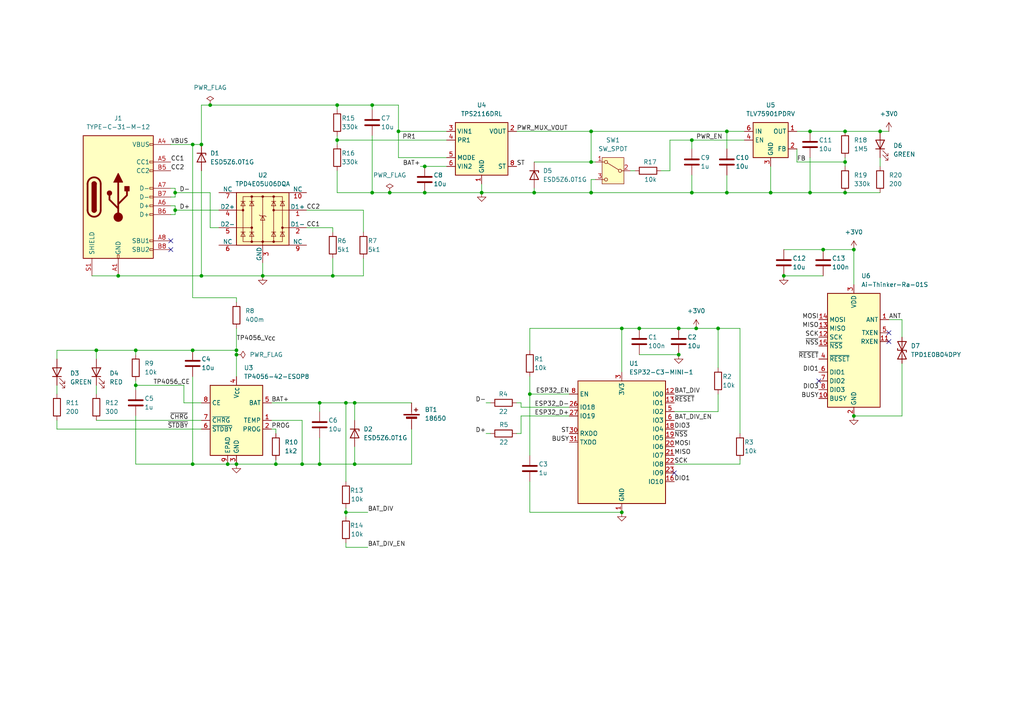
<source format=kicad_sch>
(kicad_sch (version 20250114) (generator "eeschema") (generator_version "9.0")
  (paper "A4")
  (title_block (title "CatLink Gateway") (date "2025-09-13") (rev "v0.1"))
  (lib_symbols
    (symbol "Battery_Management:TP4056-42-ESOP8"
      (property "Reference" "U" (at -6.604 11.684 0))
      (property "Value" "TP4056-42-ESOP8" (at 10.16 11.684 0))
      (symbol "TP4056-42-ESOP8_1_0"
        (pin input line (at -10.16 5.08 0) (length 2.54) (name "CE") (number "8"))
        (pin open_collector line (at -10.16 0 0) (length 2.54) (name "~{CHRG}") (number "7"))
        (pin open_collector line (at -10.16 -2.54 0) (length 2.54) (name "~{STDBY}") (number "6"))
        (pin passive line (at -2.54 -12.7 90) (length 2.54) (name "EPAD") (number "9"))
        (pin power_in line (at 0 12.7 270) (length 2.54) (name "V_{CC}") (number "4"))
        (pin power_in line (at 0 -12.7 90) (length 2.54) (name "GND") (number "3"))
        (pin power_out line (at 10.16 5.08 180) (length 2.54) (name "BAT") (number "5"))
        (pin input line (at 10.16 0 180) (length 2.54) (name "TEMP") (number "1"))
        (pin passive line (at 10.16 -2.54 180) (length 2.54) (name "PROG") (number "2"))
      )
    )
    (symbol "Connector:USB_C_Receptacle_USB2.0_16P" (pin_names (offset 1.016))
      (property "Reference" "J" (at 0 22.225 0))
      (property "Value" "USB_C_Receptacle_USB2.0_16P" (at 0 19.685 0))
      (symbol "USB_C_Receptacle_USB2.0_16P_1_1"
        (pin passive line (at -7.62 -22.86 90) (length 5.08) (name "SHIELD") (number "S1"))
        (pin passive line (at 0 -22.86 90) (length 5.08) (name "GND") (number "A1"))
        (pin passive line (at 0 -22.86 90) (length 5.08) (hide yes) (name "GND") (number "A12"))
        (pin passive line (at 0 -22.86 90) (length 5.08) (hide yes) (name "GND") (number "B1"))
        (pin passive line (at 0 -22.86 90) (length 5.08) (hide yes) (name "GND") (number "B12"))
        (pin passive line (at 15.24 15.24 180) (length 5.08) (name "VBUS") (number "A4"))
        (pin passive line (at 15.24 15.24 180) (length 5.08) (hide yes) (name "VBUS") (number "A9"))
        (pin passive line (at 15.24 15.24 180) (length 5.08) (hide yes) (name "VBUS") (number "B4"))
        (pin passive line (at 15.24 15.24 180) (length 5.08) (hide yes) (name "VBUS") (number "B9"))
        (pin bidirectional line (at 15.24 10.16 180) (length 5.08) (name "CC1") (number "A5"))
        (pin bidirectional line (at 15.24 7.62 180) (length 5.08) (name "CC2") (number "B5"))
        (pin bidirectional line (at 15.24 2.54 180) (length 5.08) (name "D-") (number "A7"))
        (pin bidirectional line (at 15.24 0 180) (length 5.08) (name "D-") (number "B7"))
        (pin bidirectional line (at 15.24 -2.54 180) (length 5.08) (name "D+") (number "A6"))
        (pin bidirectional line (at 15.24 -5.08 180) (length 5.08) (name "D+") (number "B6"))
        (pin bidirectional line (at 15.24 -12.7 180) (length 5.08) (name "SBU1") (number "A8"))
        (pin bidirectional line (at 15.24 -15.24 180) (length 5.08) (name "SBU2") (number "B8"))
      )
    )
    (symbol "Custom:Ai-Thinker-Ra-01S"
      (property "Reference" "U" (at -7.62 17.78 0))
      (property "Value" "Ai-Thinker-Ra-01S" (at 13.462 17.78 0))
      (symbol "Ai-Thinker-Ra-01S_1_0"
        (pin passive line (at 10.16 8.89 180) (length 2.54) (name "ANT") (number "1"))
      )
      (symbol "Ai-Thinker-Ra-01S_1_1"
        (pin input line (at -10.16 8.89 0) (length 2.54) (name "MOSI") (number "14"))
        (pin output line (at -10.16 6.35 0) (length 2.54) (name "MISO") (number "13"))
        (pin input line (at -10.16 3.81 0) (length 2.54) (name "SCK") (number "12"))
        (pin input line (at -10.16 1.27 0) (length 2.54) (name "~{NSS}") (number "15"))
        (pin input line (at -10.16 -2.54 0) (length 2.54) (name "~{RESET}") (number "4"))
        (pin output line (at -10.16 -6.35 0) (length 2.54) (name "DIO1") (number "6"))
        (pin bidirectional line (at -10.16 -8.89 0) (length 2.54) (name "DIO2") (number "7"))
        (pin output line (at -10.16 -11.43 0) (length 2.54) (name "DIO3") (number "8"))
        (pin output line (at -10.16 -13.97 0) (length 2.54) (name "BUSY") (number "10"))
        (pin power_in line (at 0 19.05 270) (length 2.54) (name "VDD") (number "3"))
        (pin passive line (at 0 -19.05 90) (length 2.54) (hide yes) (name "GND") (number "16"))
        (pin power_in line (at 0 -19.05 90) (length 2.54) (name "GND") (number "2"))
        (pin passive line (at 0 -19.05 90) (length 2.54) (hide yes) (name "GND") (number "9"))
        (pin bidirectional line (at 10.16 5.08 180) (length 2.54) (name "TXEN") (number "5"))
        (pin bidirectional line (at 10.16 2.54 180) (length 2.54) (name "RXEN") (number "11"))
      )
    )
    (symbol "Custom:ESP32-C3-MINI-1"
      (property "Reference" "U" (at -11.43 19.05 0))
      (property "Value" "ESP32-C3-MINI-1" (at 12.7 19.05 0))
      (symbol "ESP32-C3-MINI-1_1_1"
        (pin input line (at -15.24 13.97 0) (length 2.54) (name "EN") (number "8"))
        (pin bidirectional line (at -15.24 10.16 0) (length 2.54) (name "IO18") (number "26"))
        (pin bidirectional line (at -15.24 7.62 0) (length 2.54) (name "IO19") (number "27"))
        (pin bidirectional line (at -15.24 2.54 0) (length 2.54) (name "RXDO") (number "30"))
        (pin bidirectional line (at -15.24 0 0) (length 2.54) (name "TXDO") (number "31"))
        (pin power_in line (at 0 20.32 270) (length 2.54) (name "3V3") (number "3"))
        (pin power_in line (at 0 -20.32 90) (length 2.54) (name "GND") (number "1"))
        (pin passive line (at 0 -20.32 90) (length 2.54) (hide yes) (name "GND") (number "11"))
        (pin passive line (at 0 -20.32 90) (length 2.54) (hide yes) (name "GND") (number "14"))
        (pin passive line (at 0 -20.32 90) (length 2.54) (hide yes) (name "GND") (number "2"))
        (pin passive line (at 0 -20.32 90) (length 2.54) (hide yes) (name "GND") (number "36"))
        (pin passive line (at 0 -20.32 90) (length 2.54) (hide yes) (name "GND") (number "37"))
        (pin passive line (at 0 -20.32 90) (length 2.54) (hide yes) (name "GND") (number "38"))
        (pin passive line (at 0 -20.32 90) (length 2.54) (hide yes) (name "GND") (number "39"))
        (pin passive line (at 0 -20.32 90) (length 2.54) (hide yes) (name "GND") (number "40"))
        (pin passive line (at 0 -20.32 90) (length 2.54) (hide yes) (name "GND") (number "41"))
        (pin passive line (at 0 -20.32 90) (length 2.54) (hide yes) (name "GND") (number "42"))
        (pin passive line (at 0 -20.32 90) (length 2.54) (hide yes) (name "GND") (number "43"))
        (pin passive line (at 0 -20.32 90) (length 2.54) (hide yes) (name "GND") (number "44"))
        (pin passive line (at 0 -20.32 90) (length 2.54) (hide yes) (name "GND") (number "45"))
        (pin passive line (at 0 -20.32 90) (length 2.54) (hide yes) (name "GND") (number "46"))
        (pin passive line (at 0 -20.32 90) (length 2.54) (hide yes) (name "GND") (number "47"))
        (pin passive line (at 0 -20.32 90) (length 2.54) (hide yes) (name "GND") (number "48"))
        (pin passive line (at 0 -20.32 90) (length 2.54) (hide yes) (name "GND") (number "49"))
        (pin passive line (at 0 -20.32 90) (length 2.54) (hide yes) (name "GND") (number "50"))
        (pin passive line (at 0 -20.32 90) (length 2.54) (hide yes) (name "GND") (number "51"))
        (pin passive line (at 0 -20.32 90) (length 2.54) (hide yes) (name "GND") (number "52"))
        (pin passive line (at 0 -20.32 90) (length 2.54) (hide yes) (name "GND") (number "53"))
        (pin bidirectional line (at 15.24 13.97 180) (length 2.54) (name "IO0") (number "12"))
        (pin bidirectional line (at 15.24 11.43 180) (length 2.54) (name "IO1") (number "13"))
        (pin bidirectional line (at 15.24 8.89 180) (length 2.54) (name "IO2") (number "5"))
        (pin bidirectional line (at 15.24 6.35 180) (length 2.54) (name "IO3") (number "6"))
        (pin bidirectional line (at 15.24 3.81 180) (length 2.54) (name "IO4") (number "18"))
        (pin bidirectional line (at 15.24 1.27 180) (length 2.54) (name "IO5") (number "19"))
        (pin bidirectional line (at 15.24 -1.27 180) (length 2.54) (name "IO6") (number "20"))
        (pin bidirectional line (at 15.24 -3.81 180) (length 2.54) (name "IO7") (number "21"))
        (pin bidirectional line (at 15.24 -6.35 180) (length 2.54) (name "IO8") (number "22"))
        (pin bidirectional line (at 15.24 -8.89 180) (length 2.54) (name "IO9") (number "23"))
        (pin bidirectional line (at 15.24 -11.43 180) (length 2.54) (name "IO10") (number "16"))
        (pin no_connect line (at 15.24 -13.97 180) (length 2.54) (hide yes) (name "NC") (number "4"))
        (pin no_connect line (at 15.24 -16.51 180) (length 2.54) (hide yes) (name "NC") (number "7"))
        (pin no_connect line (at 15.24 -19.05 180) (length 2.54) (hide yes) (name "NC") (number "9"))
        (pin no_connect line (at 15.24 -21.59 180) (length 2.54) (hide yes) (name "NC") (number "10"))
        (pin no_connect line (at 15.24 -24.13 180) (length 2.54) (hide yes) (name "NC") (number "15"))
        (pin no_connect line (at 15.24 -26.67 180) (length 2.54) (hide yes) (name "NC") (number "17"))
        (pin no_connect line (at 15.24 -29.21 180) (length 2.54) (hide yes) (name "NC") (number "24"))
        (pin no_connect line (at 15.24 -31.75 180) (length 2.54) (hide yes) (name "NC") (number "25"))
        (pin no_connect line (at 15.24 -34.29 180) (length 2.54) (hide yes) (name "NC") (number "28"))
        (pin no_connect line (at 15.24 -36.83 180) (length 2.54) (hide yes) (name "NC") (number "29"))
        (pin no_connect line (at 15.24 -39.37 180) (length 2.54) (hide yes) (name "NC") (number "32"))
        (pin no_connect line (at 15.24 -41.91 180) (length 2.54) (hide yes) (name "NC") (number "33"))
        (pin no_connect line (at 15.24 -44.45 180) (length 2.54) (hide yes) (name "NC") (number "34"))
        (pin no_connect line (at 15.24 -46.99 180) (length 2.54) (hide yes) (name "NC") (number "35"))
      )
    )
    (symbol "Device:Battery_Cell" (pin_numbers (hide yes)) (pin_names (offset 0) (hide yes))
      (property "Reference" "BT" (at 2.54 2.54 0))
      (property "Value" "Battery_Cell" (at 2.54 0 0))
      (symbol "Battery_Cell_1_1"
        (pin passive line (at 0 5.08 270) (length 2.54) (name "+") (number "1"))
        (pin passive line (at 0 -2.54 90) (length 2.54) (name "-") (number "2"))
      )
    )
    (symbol "Device:C" (pin_numbers (hide yes)) (pin_names (offset 0.254))
      (property "Reference" "C" (at 0.635 2.54 0))
      (property "Value" "C" (at 0.635 -2.54 0))
      (symbol "C_1_1"
        (pin passive line (at 0 3.81 270) (length 2.794) (name "~") (number "1"))
        (pin passive line (at 0 -3.81 90) (length 2.794) (name "~") (number "2"))
      )
    )
    (symbol "Device:D_TVS" (pin_numbers (hide yes)) (pin_names (offset 1.016) (hide yes))
      (property "Reference" "D" (at 0 2.54 0))
      (property "Value" "D_TVS" (at 0 -2.54 0))
      (symbol "D_TVS_1_1"
        (pin passive line (at -3.81 0 0) (length 2.54) (name "A1") (number "1"))
        (pin passive line (at 3.81 0 180) (length 2.54) (name "A2") (number "2"))
      )
    )
    (symbol "Device:D_Zener" (pin_numbers (hide yes)) (pin_names (offset 1.016) (hide yes))
      (property "Reference" "D" (at 0 2.54 0))
      (property "Value" "D_Zener" (at 0 -2.54 0))
      (symbol "D_Zener_1_1"
        (pin passive line (at -3.81 0 0) (length 2.54) (name "K") (number "1"))
        (pin passive line (at 3.81 0 180) (length 2.54) (name "A") (number "2"))
      )
    )
    (symbol "Device:LED" (pin_numbers (hide yes)) (pin_names (offset 1.016) (hide yes))
      (property "Reference" "D" (at 0 2.54 0))
      (property "Value" "LED" (at 0 -2.54 0))
      (symbol "LED_1_1"
        (pin passive line (at -3.81 0 0) (length 2.54) (name "K") (number "1"))
        (pin passive line (at 3.81 0 180) (length 2.54) (name "A") (number "2"))
      )
    )
    (symbol "Device:R" (pin_numbers (hide yes)) (pin_names (offset 0))
      (property "Reference" "R" (at 2.032 0 90))
      (property "Value" "R" (at 0 0 90))
      (symbol "R_1_1"
        (pin passive line (at 0 3.81 270) (length 1.27) (name "~") (number "1"))
        (pin passive line (at 0 -3.81 90) (length 1.27) (name "~") (number "2"))
      )
    )
    (symbol "Power_Management:TPS2116DRL"
      (property "Reference" "U" (at -7.874 9.144 0))
      (property "Value" "TPS2116DRL" (at 0.508 -8.89 0))
      (symbol "TPS2116DRL_1_0"
        (pin power_out line (at 10.16 5.08 180) (length 2.54) (hide yes) (name "VOUT") (number "7"))
      )
      (symbol "TPS2116DRL_1_1"
        (pin power_in line (at -10.16 5.08 0) (length 2.54) (name "VIN1") (number "3"))
        (pin input line (at -10.16 2.54 0) (length 2.54) (name "PR1") (number "4"))
        (pin input line (at -10.16 -2.54 0) (length 2.54) (name "MODE") (number "5"))
        (pin power_in line (at -10.16 -5.08 0) (length 2.54) (name "VIN2") (number "6"))
        (pin power_in line (at 0 -10.16 90) (length 2.54) (name "GND") (number "1"))
        (pin power_out line (at 10.16 5.08 180) (length 2.54) (name "VOUT") (number "2"))
        (pin open_collector line (at 10.16 -5.08 180) (length 2.54) (name "ST") (number "8"))
      )
    )
    (symbol "Power_Protection:TPD4E05U06DQA" (pin_names (offset 0))
      (property "Reference" "U" (at -0.635 8.89 0))
      (property "Value" "TPD4E05U06DQA" (at 1.905 -10.16 0))
      (symbol "TPD4E05U06DQA_1_1"
        (pin free line (at -12.7 7.62 0) (length 5.08) (name "NC") (number "10"))
        (pin passive line (at -12.7 2.54 0) (length 5.08) (name "D1+") (number "1"))
        (pin passive line (at -12.7 -2.54 0) (length 5.08) (name "D1-") (number "2"))
        (pin free line (at -12.7 -7.62 0) (length 5.08) (name "NC") (number "9"))
        (pin power_in line (at 0 -12.7 90) (length 5.08) (name "GND") (number "3"))
        (pin passive line (at 0 -12.7 90) (length 5.08) (hide yes) (name "GND") (number "8"))
        (pin free line (at 12.7 7.62 180) (length 5.08) (name "NC") (number "7"))
        (pin passive line (at 12.7 2.54 180) (length 5.08) (name "D2+") (number "4"))
        (pin passive line (at 12.7 -2.54 180) (length 5.08) (name "D2-") (number "5"))
        (pin free line (at 12.7 -7.62 180) (length 5.08) (name "NC") (number "6"))
      )
    )
    (symbol "Regulator_Linear:TLV75801PDRV"
      (property "Reference" "U" (at -3.81 6.35 0))
      (property "Value" "TLV75801PDRV" (at 0 6.35 0))
      (symbol "TLV75801PDRV_1_1"
        (pin power_in line (at -7.62 2.54 0) (length 2.54) (name "IN") (number "6"))
        (pin input line (at -7.62 0 0) (length 2.54) (name "EN") (number "4"))
        (pin power_in line (at 0 -7.62 90) (length 2.54) (name "GND") (number "3"))
        (pin passive line (at 0 -7.62 90) (length 2.54) (hide yes) (name "GND") (number "7"))
        (pin no_connect line (at 5.08 0 180) (length 2.54) (hide yes) (name "DNC") (number "5"))
        (pin power_out line (at 7.62 2.54 180) (length 2.54) (name "OUT") (number "1"))
        (pin input line (at 7.62 -2.54 180) (length 2.54) (name "FB") (number "2"))
      )
    )
    (symbol "Switch:SW_SPDT" (pin_names (offset 0) (hide yes))
      (property "Reference" "SW" (at 0 5.08 0))
      (property "Value" "SW_SPDT" (at 0 -5.08 0))
      (symbol "SW_SPDT_1_1"
        (pin passive line (at -5.08 0 0) (length 2.54) (name "B") (number "2"))
        (pin passive line (at 5.08 2.54 180) (length 2.54) (name "A") (number "1"))
        (pin passive line (at 5.08 -2.54 180) (length 2.54) (name "C") (number "3"))
      )
    )
    (symbol "power:+3V0" (power) (pin_numbers (hide yes)) (pin_names (offset 0) (hide yes))
      (property "Value" "+3V0" (at 0 3.556 0))
      (symbol "+3V0_1_1"
        (pin power_in line (at 0 0 90) (length 0) (name "~") (number "1"))
      )
    )
    (symbol "power:GND" (power) (pin_numbers (hide yes)) (pin_names (offset 0) (hide yes))
      (property "Value" "GND" (at 0 -3.81 0))
      (symbol "GND_1_1"
        (pin power_in line (at 0 0 270) (length 0) (name "~") (number "1"))
      )
    )
    (symbol "power:PWR_FLAG" (power) (pin_numbers (hide yes)) (pin_names (offset 0) (hide yes))
      (property "Value" "PWR_FLAG" (at 0 3.81 0))
      (symbol "PWR_FLAG_0_0"
        (pin power_out line (at 0 0 90) (length 0) (name "~") (number "1"))
      )
    )
  )
  (junction (at 139.7 55.88))
  (junction (at 223.52 55.88))
  (junction (at 115.57 38.1))
  (junction (at 55.88 41.91))
  (junction (at 102.87 116.84))
  (junction (at 227.33 80.01))
  (junction (at 100.33 148.59))
  (junction (at 58.42 41.91))
  (junction (at 180.34 148.59))
  (junction (at 76.2 80.01))
  (junction (at 68.58 101.6))
  (junction (at 123.19 55.88))
  (junction (at 66.04 134.62))
  (junction (at 55.88 134.62))
  (junction (at 196.85 102.87))
  (junction (at 245.11 55.88))
  (junction (at 196.85 95.25))
  (junction (at 123.19 48.26))
  (junction (at 154.94 55.88))
  (junction (at 245.11 46.99))
  (junction (at 97.79 40.64))
  (junction (at 60.96 30.48))
  (junction (at 107.95 55.88))
  (junction (at 92.71 134.62))
  (junction (at 255.27 38.1))
  (junction (at 34.29 80.01))
  (junction (at 58.42 80.01))
  (junction (at 96.52 80.01))
  (junction (at 238.76 72.39))
  (junction (at 200.66 55.88))
  (junction (at 171.45 46.99))
  (junction (at 180.34 95.25))
  (junction (at 200.66 40.64))
  (junction (at 68.58 134.62))
  (junction (at 171.45 38.1))
  (junction (at 107.95 30.48))
  (junction (at 245.11 38.1))
  (junction (at 210.82 55.88))
  (junction (at 247.65 120.65))
  (junction (at 247.65 72.39))
  (junction (at 27.94 101.6))
  (junction (at 68.58 102.87))
  (junction (at 210.82 38.1))
  (junction (at 55.88 101.6))
  (junction (at 234.95 55.88))
  (junction (at 100.33 116.84))
  (junction (at 102.87 134.62))
  (junction (at 113.03 55.88))
  (junction (at 234.95 38.1))
  (junction (at 50.8 55.88))
  (junction (at 201.93 95.25))
  (junction (at 50.8 60.96))
  (junction (at 39.37 111.76))
  (junction (at 171.45 55.88))
  (junction (at 185.42 95.25))
  (junction (at 92.71 116.84))
  (junction (at 80.01 134.62))
  (junction (at 97.79 30.48))
  (junction (at 39.37 101.6))
  (junction (at 208.28 95.25))
  (junction (at 87.63 134.62))
  (junction (at 153.67 114.3))
  (no_connect (at 195.58 137.16))
  (no_connect (at 49.53 72.39))
  (no_connect (at 257.81 96.52))
  (no_connect (at 237.49 110.49))
  (no_connect (at 257.81 99.06))
  (no_connect (at 49.53 69.85))
  (wire (pts (xy 115.57 30.48) (xy 115.57 38.1)))
  (wire (pts (xy 200.66 55.88) (xy 210.82 55.88)))
  (wire (pts (xy 185.42 102.87) (xy 196.85 102.87)))
  (wire (pts (xy 238.76 72.39) (xy 247.65 72.39)))
  (wire (pts (xy 245.11 38.1) (xy 255.27 38.1)))
  (wire (pts (xy 255.27 38.1) (xy 257.81 38.1)))
  (wire (pts (xy 39.37 111.76) (xy 39.37 113.03)))
  (wire (pts (xy 92.71 127) (xy 92.71 134.62)))
  (wire (pts (xy 227.33 72.39) (xy 238.76 72.39)))
  (wire (pts (xy 39.37 110.49) (xy 39.37 111.76)))
  (wire (pts (xy 234.95 45.72) (xy 234.95 55.88)))
  (wire (pts (xy 26.67 80.01) (xy 34.29 80.01)))
  (wire (pts (xy 107.95 30.48) (xy 107.95 31.75)))
  (wire (pts (xy 87.63 121.92) (xy 87.63 134.62)))
  (wire (pts (xy 153.67 95.25) (xy 180.34 95.25)))
  (wire (pts (xy 96.52 80.01) (xy 96.52 74.93)))
  (wire (pts (xy 49.53 54.61) (xy 50.8 54.61)))
  (wire (pts (xy 171.45 38.1) (xy 210.82 38.1)))
  (wire (pts (xy 149.86 38.1) (xy 171.45 38.1)))
  (wire (pts (xy 97.79 40.64) (xy 97.79 41.91)))
  (wire (pts (xy 68.58 86.36) (xy 68.58 87.63)))
  (wire (pts (xy 154.94 55.88) (xy 171.45 55.88)))
  (wire (pts (xy 123.19 55.88) (xy 139.7 55.88)))
  (wire (pts (xy 58.42 30.48) (xy 60.96 30.48)))
  (wire (pts (xy 153.67 101.6) (xy 153.67 95.25)))
  (wire (pts (xy 231.14 38.1) (xy 234.95 38.1)))
  (wire (pts (xy 196.85 95.25) (xy 201.93 95.25)))
  (wire (pts (xy 96.52 66.04) (xy 96.52 67.31)))
  (wire (pts (xy 97.79 30.48) (xy 107.95 30.48)))
  (wire (pts (xy 53.34 116.84) (xy 58.42 116.84)))
  (wire (pts (xy 88.9 60.96) (xy 105.41 60.96)))
  (wire (pts (xy 208.28 119.38) (xy 208.28 114.3)))
  (wire (pts (xy 60.96 30.48) (xy 97.79 30.48)))
  (wire (pts (xy 223.52 55.88) (xy 223.52 48.26)))
  (wire (pts (xy 214.63 134.62) (xy 214.63 133.35)))
  (wire (pts (xy 68.58 134.62) (xy 80.01 134.62)))
  (wire (pts (xy 39.37 120.65) (xy 39.37 134.62)))
  (wire (pts (xy 255.27 45.72) (xy 255.27 48.26)))
  (wire (pts (xy 92.71 119.38) (xy 92.71 116.84)))
  (wire (pts (xy 68.58 101.6) (xy 68.58 102.87)))
  (wire (pts (xy 123.19 48.26) (xy 129.54 48.26)))
  (wire (pts (xy 261.62 120.65) (xy 247.65 120.65)))
  (wire (pts (xy 247.65 72.39) (xy 247.65 82.55)))
  (wire (pts (xy 49.53 41.91) (xy 55.88 41.91)))
  (wire (pts (xy 151.13 116.84) (xy 151.13 118.11)))
  (wire (pts (xy 60.96 66.04) (xy 63.5 66.04)))
  (wire (pts (xy 185.42 95.25) (xy 196.85 95.25)))
  (wire (pts (xy 34.29 80.01) (xy 58.42 80.01)))
  (wire (pts (xy 171.45 52.07) (xy 171.45 55.88)))
  (wire (pts (xy 80.01 133.35) (xy 80.01 134.62)))
  (wire (pts (xy 88.9 66.04) (xy 96.52 66.04)))
  (wire (pts (xy 100.33 147.32) (xy 100.33 148.59)))
  (wire (pts (xy 172.72 46.99) (xy 171.45 46.99)))
  (wire (pts (xy 50.8 55.88) (xy 50.8 57.15)))
  (wire (pts (xy 171.45 46.99) (xy 171.45 38.1)))
  (wire (pts (xy 97.79 39.37) (xy 97.79 40.64)))
  (wire (pts (xy 261.62 97.79) (xy 261.62 92.71)))
  (wire (pts (xy 50.8 60.96) (xy 63.5 60.96)))
  (wire (pts (xy 100.33 116.84) (xy 102.87 116.84)))
  (wire (pts (xy 153.67 139.7) (xy 153.67 148.59)))
  (wire (pts (xy 153.67 148.59) (xy 180.34 148.59)))
  (wire (pts (xy 149.86 116.84) (xy 151.13 116.84)))
  (wire (pts (xy 194.31 40.64) (xy 200.66 40.64)))
  (wire (pts (xy 115.57 45.72) (xy 129.54 45.72)))
  (wire (pts (xy 153.67 114.3) (xy 165.1 114.3)))
  (wire (pts (xy 180.34 95.25) (xy 180.34 107.95)))
  (wire (pts (xy 151.13 118.11) (xy 165.1 118.11)))
  (wire (pts (xy 200.66 50.8) (xy 200.66 55.88)))
  (wire (pts (xy 27.94 121.92) (xy 58.42 121.92)))
  (wire (pts (xy 76.2 80.01) (xy 96.52 80.01)))
  (wire (pts (xy 55.88 109.22) (xy 55.88 134.62)))
  (wire (pts (xy 139.7 55.88) (xy 139.7 53.34)))
  (wire (pts (xy 151.13 120.65) (xy 151.13 125.73)))
  (wire (pts (xy 80.01 134.62) (xy 87.63 134.62)))
  (wire (pts (xy 39.37 111.76) (xy 53.34 111.76)))
  (wire (pts (xy 27.94 114.3) (xy 27.94 111.76)))
  (wire (pts (xy 107.95 39.37) (xy 107.95 55.88)))
  (wire (pts (xy 68.58 95.25) (xy 68.58 101.6)))
  (wire (pts (xy 102.87 129.54) (xy 102.87 134.62)))
  (wire (pts (xy 100.33 148.59) (xy 100.33 149.86)))
  (wire (pts (xy 16.51 121.92) (xy 16.51 124.46)))
  (wire (pts (xy 121.92 48.26) (xy 123.19 48.26)))
  (wire (pts (xy 60.96 55.88) (xy 60.96 66.04)))
  (wire (pts (xy 76.2 80.01) (xy 76.2 76.2)))
  (wire (pts (xy 50.8 60.96) (xy 50.8 62.23)))
  (wire (pts (xy 208.28 95.25) (xy 208.28 106.68)))
  (wire (pts (xy 39.37 134.62) (xy 55.88 134.62)))
  (wire (pts (xy 50.8 54.61) (xy 50.8 55.88)))
  (wire (pts (xy 180.34 95.25) (xy 185.42 95.25)))
  (wire (pts (xy 195.58 134.62) (xy 214.63 134.62)))
  (wire (pts (xy 151.13 125.73) (xy 149.86 125.73)))
  (wire (pts (xy 115.57 38.1) (xy 129.54 38.1)))
  (wire (pts (xy 97.79 31.75) (xy 97.79 30.48)))
  (wire (pts (xy 261.62 92.71) (xy 257.81 92.71)))
  (wire (pts (xy 261.62 105.41) (xy 261.62 120.65)))
  (wire (pts (xy 234.95 38.1) (xy 245.11 38.1)))
  (wire (pts (xy 182.88 49.53) (xy 184.15 49.53)))
  (wire (pts (xy 49.53 59.69) (xy 50.8 59.69)))
  (wire (pts (xy 194.31 49.53) (xy 194.31 40.64)))
  (wire (pts (xy 107.95 55.88) (xy 113.03 55.88)))
  (wire (pts (xy 100.33 158.75) (xy 106.68 158.75)))
  (wire (pts (xy 227.33 80.01) (xy 238.76 80.01)))
  (wire (pts (xy 50.8 62.23) (xy 49.53 62.23)))
  (wire (pts (xy 106.68 148.59) (xy 100.33 148.59)))
  (wire (pts (xy 153.67 114.3) (xy 153.67 132.08)))
  (wire (pts (xy 102.87 134.62) (xy 119.38 134.62)))
  (wire (pts (xy 210.82 38.1) (xy 210.82 43.18)))
  (wire (pts (xy 78.74 121.92) (xy 87.63 121.92)))
  (wire (pts (xy 107.95 30.48) (xy 115.57 30.48)))
  (wire (pts (xy 234.95 55.88) (xy 245.11 55.88)))
  (wire (pts (xy 58.42 80.01) (xy 76.2 80.01)))
  (wire (pts (xy 27.94 101.6) (xy 27.94 104.14)))
  (wire (pts (xy 97.79 40.64) (xy 129.54 40.64)))
  (wire (pts (xy 53.34 111.76) (xy 53.34 116.84)))
  (wire (pts (xy 80.01 124.46) (xy 80.01 125.73)))
  (wire (pts (xy 245.11 45.72) (xy 245.11 46.99)))
  (wire (pts (xy 140.97 125.73) (xy 142.24 125.73)))
  (wire (pts (xy 80.01 124.46) (xy 78.74 124.46)))
  (wire (pts (xy 210.82 55.88) (xy 223.52 55.88)))
  (wire (pts (xy 87.63 134.62) (xy 92.71 134.62)))
  (wire (pts (xy 195.58 119.38) (xy 208.28 119.38)))
  (wire (pts (xy 55.88 86.36) (xy 68.58 86.36)))
  (wire (pts (xy 210.82 38.1) (xy 215.9 38.1)))
  (wire (pts (xy 113.03 55.88) (xy 123.19 55.88)))
  (wire (pts (xy 210.82 50.8) (xy 210.82 55.88)))
  (wire (pts (xy 50.8 59.69) (xy 50.8 60.96)))
  (wire (pts (xy 119.38 124.46) (xy 119.38 134.62)))
  (wire (pts (xy 234.95 55.88) (xy 223.52 55.88)))
  (wire (pts (xy 102.87 116.84) (xy 102.87 121.92)))
  (wire (pts (xy 245.11 55.88) (xy 255.27 55.88)))
  (wire (pts (xy 208.28 95.25) (xy 214.63 95.25)))
  (wire (pts (xy 153.67 109.22) (xy 153.67 114.3)))
  (wire (pts (xy 105.41 74.93) (xy 105.41 80.01)))
  (wire (pts (xy 154.94 54.61) (xy 154.94 55.88)))
  (wire (pts (xy 107.95 55.88) (xy 97.79 55.88)))
  (wire (pts (xy 200.66 40.64) (xy 215.9 40.64)))
  (wire (pts (xy 140.97 116.84) (xy 142.24 116.84)))
  (wire (pts (xy 78.74 116.84) (xy 92.71 116.84)))
  (wire (pts (xy 58.42 49.53) (xy 58.42 80.01)))
  (wire (pts (xy 55.88 134.62) (xy 66.04 134.62)))
  (wire (pts (xy 154.94 46.99) (xy 171.45 46.99)))
  (wire (pts (xy 16.51 124.46) (xy 58.42 124.46)))
  (wire (pts (xy 200.66 43.18) (xy 200.66 40.64)))
  (wire (pts (xy 39.37 102.87) (xy 39.37 101.6)))
  (wire (pts (xy 16.51 101.6) (xy 16.51 104.14)))
  (wire (pts (xy 55.88 41.91) (xy 58.42 41.91)))
  (wire (pts (xy 231.14 46.99) (xy 245.11 46.99)))
  (wire (pts (xy 97.79 55.88) (xy 97.79 49.53)))
  (wire (pts (xy 245.11 46.99) (xy 245.11 48.26)))
  (wire (pts (xy 55.88 101.6) (xy 68.58 101.6)))
  (wire (pts (xy 16.51 114.3) (xy 16.51 111.76)))
  (wire (pts (xy 39.37 101.6) (xy 55.88 101.6)))
  (wire (pts (xy 151.13 120.65) (xy 165.1 120.65)))
  (wire (pts (xy 58.42 41.91) (xy 58.42 30.48)))
  (wire (pts (xy 102.87 116.84) (xy 119.38 116.84)))
  (wire (pts (xy 92.71 116.84) (xy 100.33 116.84)))
  (wire (pts (xy 100.33 158.75) (xy 100.33 157.48)))
  (wire (pts (xy 172.72 52.07) (xy 171.45 52.07)))
  (wire (pts (xy 92.71 134.62) (xy 102.87 134.62)))
  (wire (pts (xy 105.41 60.96) (xy 105.41 67.31)))
  (wire (pts (xy 50.8 55.88) (xy 60.96 55.88)))
  (wire (pts (xy 139.7 55.88) (xy 154.94 55.88)))
  (wire (pts (xy 100.33 116.84) (xy 100.33 139.7)))
  (wire (pts (xy 115.57 38.1) (xy 115.57 45.72)))
  (wire (pts (xy 66.04 134.62) (xy 68.58 134.62)))
  (wire (pts (xy 105.41 80.01) (xy 96.52 80.01)))
  (wire (pts (xy 68.58 102.87) (xy 68.58 109.22)))
  (wire (pts (xy 201.93 95.25) (xy 208.28 95.25)))
  (wire (pts (xy 27.94 101.6) (xy 16.51 101.6)))
  (wire (pts (xy 50.8 57.15) (xy 49.53 57.15)))
  (wire (pts (xy 55.88 41.91) (xy 55.88 86.36)))
  (wire (pts (xy 231.14 46.99) (xy 231.14 43.18)))
  (wire (pts (xy 214.63 95.25) (xy 214.63 125.73)))
  (wire (pts (xy 171.45 55.88) (xy 200.66 55.88)))
  (wire (pts (xy 27.94 101.6) (xy 39.37 101.6)))
  (wire (pts (xy 191.77 49.53) (xy 194.31 49.53)))
  (label "MOSI" (at 237.49 92.71 180))
  (label "VBUS" (at 49.53 41.91 0))
  (label "MISO" (at 195.58 132.08 0))
  (label "PROG" (at 78.74 124.46 0))
  (label "CC2" (at 88.9 60.96 0))
  (label "SCK" (at 237.49 97.79 180))
  (label "~{NSS}" (at 237.49 100.33 180))
  (label "TP4056_CE" (at 44.45 111.76 0))
  (label "ESP32_D-" (at 165.1 118.11 180))
  (label "TP4056_V_{CC}" (at 68.58 99.06 0))
  (label "DIO3" (at 237.49 113.03 180))
  (label "~{RESET}" (at 195.58 116.84 0))
  (label "BUSY" (at 237.49 115.57 180))
  (label "D-" (at 140.97 116.84 180))
  (label "ANT" (at 257.81 92.71 0))
  (label "~{CHRG}" (at 54.61 121.92 180))
  (label "BAT_DIV" (at 195.58 114.3 0))
  (label "SCK" (at 195.58 134.62 0))
  (label "FB" (at 231.14 46.99 0))
  (label "BAT_DIV" (at 106.68 148.59 0))
  (label "~{NSS}" (at 195.58 127 0))
  (label "ESP32_EN" (at 165.1 114.3 180))
  (label "BUSY" (at 165.1 128.27 180))
  (label "ST" (at 149.86 48.26 0))
  (label "BAT+" (at 78.74 116.84 0))
  (label "PR1" (at 120.65 40.64 180))
  (label "DIO3" (at 195.58 124.46 0))
  (label "~{STDBY}" (at 54.61 124.46 180))
  (label "D-" (at 52.07 55.88 0))
  (label "D+" (at 52.07 60.96 0))
  (label "MOSI" (at 195.58 129.54 0))
  (label "CC1" (at 88.9 66.04 0))
  (label "MISO" (at 237.49 95.25 180))
  (label "CC1" (at 49.53 46.99 0))
  (label "PWR_MUX_VOUT" (at 149.86 38.1 0))
  (label "DIO1" (at 237.49 107.95 180))
  (label "CC2" (at 49.53 49.53 0))
  (label "BAT_DIV_EN" (at 106.68 158.75 0))
  (label "BAT+" (at 121.92 48.26 180))
  (label "BAT_DIV_EN" (at 195.58 121.92 0))
  (label "DIO1" (at 195.58 139.7 0))
  (label "~{RESET}" (at 237.49 104.14 180))
  (label "ST" (at 165.1 125.73 180))
  (label "ESP32_D+" (at 165.1 120.65 180))
  (label "PWR_EN" (at 209.55 40.64 180))
  (label "D+" (at 140.97 125.73 180))
  (symbol (lib_id "power:PWR_FLAG") (at 68.58 102.87 270) (unit 1)
    (property "Reference" "#FLG03" (effects (hide yes)))
    (property "Value" "PWR_FLAG" (at 72.39 102.8699 90) (effects (justify left)))
    (property "Description" "Special symbol for telling ERC where power comes from" (effects (hide yes)))
  )
  (symbol (lib_id "power:+3V0") (at 257.81 38.1 0) (unit 1)
    (property "Reference" "#PWR07" (effects (hide yes)))
    (property "Value" "+3V0" (at 257.81 33.02 0))
    (property "Description" "Power symbol creates a global label with name \"+3V0\"" (effects (hide yes)))
  )
  (symbol (lib_id "Device:C") (at 55.88 105.41 0) (unit 1)
    (property "Reference" "C4" (at 58.42 104.14 0) (effects (justify left)))
    (property "Value" "10u" (at 58.42 106.68 0) (effects (justify left)))
    (property "Footprint" "Capacitor_SMD:C_0805_2012Metric" (effects (hide yes)))
    (property "Description" "Unpolarized capacitor" (effects (hide yes)))
  )
  (symbol (lib_id "Device:C") (at 123.19 52.07 0) (unit 1)
    (property "Reference" "C8" (at 125.73 50.8 0) (effects (justify left)))
    (property "Value" "10u" (at 125.73 53.34 0) (effects (justify left)))
    (property "Footprint" "Capacitor_SMD:C_0805_2012Metric" (effects (hide yes)))
    (property "Description" "Unpolarized capacitor" (effects (hide yes)))
  )
  (symbol (lib_id "Device:R") (at 97.79 35.56 0) (unit 1)
    (property "Reference" "R15" (at 99.06 34.29 0) (effects (justify left)))
    (property "Value" "330k" (at 99.06 36.83 0) (effects (justify left)))
    (property "Footprint" "Resistor_SMD:R_0603_1608Metric" (effects (hide yes)))
    (property "Description" "Resistor" (effects (hide yes)))
  )
  (symbol (lib_id "Regulator_Linear:TLV75801PDRV") (at 223.52 40.64 0) (unit 1)
    (property "Reference" "U5" (at 223.52 30.48 0))
    (property "Value" "TLV75901PDRV" (at 223.52 33.02 0))
    (property "Footprint" "Package_SON:WSON-6-1EP_2x2mm_P0.65mm_EP1x1.6mm" (effects (hide yes)))
    (property "Datasheet" "https://www.ti.com/lit/ds/symlink/tlv758p.pdf" (effects (hide yes)))
    (property "Description" "500mA Low-Dropout Linear Regulator, Adjustable Output, WSON-6" (effects (hide yes)))
  )
  (symbol (lib_id "Device:R") (at 208.28 110.49 0) (unit 1)
    (property "Reference" "R2" (at 209.55 109.22 0) (effects (justify left)))
    (property "Value" "10k" (at 209.55 111.76 0) (effects (justify left)))
    (property "Footprint" "Resistor_SMD:R_0603_1608Metric" (effects (hide yes)))
    (property "Description" "Resistor" (effects (hide yes)))
  )
  (symbol (lib_id "Custom:ESP32-C3-MINI-1") (at 180.34 128.27 0) (unit 1)
    (property "Reference" "U1" (at 182.4833 105.41 0) (effects (justify left)))
    (property "Value" "ESP32-C3-MINI-1" (at 182.4833 107.95 0) (effects (justify left)))
    (property "Footprint" "Custom:ESP32-C3-MINI-1" (effects (hide yes)))
    (property "Datasheet" "https://www.espressif.com/sites/default/files/documentation/esp32-s3-mini-1_mini-1u_datasheet_en.pdf" (effects (hide yes)))
    (property "Description" "RF Module, ESP32-S3 SoC, Wi-Fi 802.11b/g/n, Bluetooth, BLE, 32-bit, 3.3V, SMD, onboard antenna" (effects (hide yes)))
  )
  (symbol (lib_id "Device:Battery_Cell") (at 119.38 121.92 0) (unit 1)
    (property "Reference" "BT1" (at 123.19 118.8084 0) (effects (justify left)))
    (property "Value" "18650" (at 123.19 121.3484 0) (effects (justify left)))
    (property "Footprint" "Custom:BatteryHolder_Keystone_1042_1x18650" (effects (hide yes)))
    (property "Description" "Single-cell battery" (effects (hide yes)))
  )
  (symbol (lib_id "Device:LED") (at 255.27 41.91 90) (unit 1)
    (property "Reference" "D6" (at 259.08 42.2274 90) (effects (justify right)))
    (property "Value" "GREEN" (at 259.08 44.7674 90) (effects (justify right)))
    (property "Footprint" "LED_SMD:LED_0805_2012Metric" (effects (hide yes)))
    (property "Description" "Light emitting diode" (effects (hide yes)))
    (property "Sim.Pins" "1=K 2=A" (effects (hide yes)))
  )
  (symbol (lib_id "Device:R") (at 16.51 118.11 0) (unit 1)
    (property "Reference" "R11" (at 19.05 116.8399 0) (effects (justify left)))
    (property "Value" "200" (at 19.05 119.3799 0) (effects (justify left)))
    (property "Footprint" "Resistor_SMD:R_0805_2012Metric" (effects (hide yes)))
    (property "Description" "Resistor" (effects (hide yes)))
  )
  (symbol (lib_id "Connector:USB_C_Receptacle_USB2.0_16P") (at 34.29 57.15 0) (unit 1)
    (property "Reference" "J1" (at 34.29 34.29 0))
    (property "Value" "TYPE-C-31-M-12" (at 34.29 36.83 0))
    (property "Footprint" "Connector_USB:USB_C_Receptacle_HRO_TYPE-C-31-M-12" (effects (hide yes)))
    (property "Datasheet" "https://www.usb.org/sites/default/files/documents/usb_type-c.zip" (effects (hide yes)))
    (property "Description" "USB 2.0-only 16P Type-C Receptacle connector" (effects (hide yes)))
  )
  (symbol (lib_id "Device:LED") (at 16.51 107.95 90) (unit 1)
    (property "Reference" "D3" (at 20.32 108.2674 90) (effects (justify right)))
    (property "Value" "GREEN" (at 20.32 110.8074 90) (effects (justify right)))
    (property "Footprint" "LED_SMD:LED_0805_2012Metric" (effects (hide yes)))
    (property "Description" "Light emitting diode" (effects (hide yes)))
    (property "Sim.Pins" "1=K 2=A" (effects (hide yes)))
  )
  (symbol (lib_id "Device:C") (at 107.95 35.56 0) (unit 1)
    (property "Reference" "C7" (at 110.49 34.29 0) (effects (justify left)))
    (property "Value" "10u" (at 110.49 36.83 0) (effects (justify left)))
    (property "Footprint" "Capacitor_SMD:C_0805_2012Metric" (effects (hide yes)))
    (property "Description" "Unpolarized capacitor" (effects (hide yes)))
  )
  (symbol (lib_id "Device:R") (at 100.33 143.51 180) (unit 1)
    (property "Reference" "R13" (at 105.41 142.24 0) (effects (justify left)))
    (property "Value" "10k" (at 105.41 144.78 0) (effects (justify left)))
    (property "Footprint" "Resistor_SMD:R_0603_1608Metric" (effects (hide yes)))
    (property "Description" "Resistor" (effects (hide yes)))
  )
  (symbol (lib_id "Device:C") (at 92.71 123.19 0) (unit 1)
    (property "Reference" "C6" (at 95.25 121.92 0) (effects (justify left)))
    (property "Value" "10u" (at 95.25 124.46 0) (effects (justify left)))
    (property "Footprint" "Capacitor_SMD:C_0805_2012Metric" (effects (hide yes)))
    (property "Description" "Unpolarized capacitor" (effects (hide yes)))
  )
  (symbol (lib_id "Device:R") (at 146.05 116.84 90) (unit 1)
    (property "Reference" "R4" (at 147.32 114.3 90) (effects (justify left)))
    (property "Value" "22" (at 147.32 119.38 90) (effects (justify left)))
    (property "Footprint" "Custom:R_0603_1608Metric" (effects (hide yes)))
    (property "Description" "Resistor" (effects (hide yes)))
  )
  (symbol (lib_id "Switch:SW_SPDT") (at 177.8 49.53 0) (mirror y) (unit 1)
    (property "Reference" "SW1" (at 177.8 40.64 0))
    (property "Value" "SW_SPDT" (at 177.8 43.18 0))
    (property "Footprint" "Button_Switch_THT:SW_Slide_SPDT_Angled_CK_OS102011MA1Q" (effects (hide yes)))
    (property "Description" "Switch, single pole double throw" (effects (hide yes)))
  )
  (symbol (lib_id "power:+3V0") (at 247.65 72.39 0) (unit 1)
    (property "Reference" "#PWR010" (effects (hide yes)))
    (property "Value" "+3V0" (at 247.65 67.31 0))
    (property "Description" "Power symbol creates a global label with name \"+3V0\"" (effects (hide yes)))
  )
  (symbol (lib_id "Device:D_TVS") (at 261.62 101.6 90) (unit 1)
    (property "Reference" "D7" (at 264.16 100.3299 90) (effects (justify right)))
    (property "Value" "TPD1E0B04DPY" (at 264.16 102.8699 90) (effects (justify right)))
    (property "Footprint" "Custom:D_Texas_DPY0002A_0.6x1mm_P0.65mm" (effects (hide yes)))
    (property "Description" "Bidirectional transient-voltage-suppression diode" (effects (hide yes)))
  )
  (symbol (lib_id "Device:C") (at 185.42 99.06 0) (unit 1)
    (property "Reference" "C1" (at 187.96 97.79 0) (effects (justify left)))
    (property "Value" "100n" (at 187.96 100.33 0) (effects (justify left)))
    (property "Footprint" "Capacitor_SMD:C_0603_1608Metric" (effects (hide yes)))
    (property "Description" "Unpolarized capacitor" (effects (hide yes)))
  )
  (symbol (lib_id "Device:R") (at 80.01 129.54 0) (unit 1)
    (property "Reference" "R10" (at 82.55 128.2699 0) (effects (justify left)))
    (property "Value" "1k2" (at 82.55 130.8099 0) (effects (justify left)))
    (property "Footprint" "Resistor_SMD:R_0603_1608Metric" (effects (hide yes)))
    (property "Description" "Resistor" (effects (hide yes)))
  )
  (symbol (lib_id "power:GND") (at 180.34 148.59 0) (unit 1)
    (property "Reference" "#PWR04" (effects (hide yes)))
    (property "Value" "GND" (effects (hide yes)))
    (property "Description" "Power symbol creates a global label with name \"GND\" , ground" (effects (hide yes)))
  )
  (symbol (lib_id "power:GND") (at 68.58 134.62 0) (unit 1)
    (property "Reference" "#PWR01" (effects (hide yes)))
    (property "Value" "GND" (effects (hide yes)))
    (property "Description" "Power symbol creates a global label with name \"GND\" , ground" (effects (hide yes)))
  )
  (symbol (lib_id "power:PWR_FLAG") (at 113.03 55.88 0) (unit 1)
    (property "Reference" "#FLG02" (effects (hide yes)))
    (property "Value" "PWR_FLAG" (at 113.03 50.8 0))
    (property "Description" "Special symbol for telling ERC where power comes from" (effects (hide yes)))
  )
  (symbol (lib_id "Device:D_Zener") (at 58.42 45.72 270) (unit 1)
    (property "Reference" "D1" (at 60.96 44.4499 90) (effects (justify left)))
    (property "Value" "ESD5Z6.0T1G" (at 60.96 46.9899 90) (effects (justify left)))
    (property "Footprint" "Diode_SMD:D_SOD-523" (effects (hide yes)))
    (property "Description" "Zener diode" (effects (hide yes)))
  )
  (symbol (lib_id "power:GND") (at 76.2 80.01 0) (unit 1)
    (property "Reference" "#PWR05" (effects (hide yes)))
    (property "Value" "GND" (effects (hide yes)))
    (property "Description" "Power symbol creates a global label with name \"GND\" , ground" (effects (hide yes)))
  )
  (symbol (lib_id "Device:C") (at 153.67 135.89 0) (unit 1)
    (property "Reference" "C3" (at 156.21 134.62 0) (effects (justify left)))
    (property "Value" "1u" (at 156.21 137.16 0) (effects (justify left)))
    (property "Footprint" "Capacitor_SMD:C_0603_1608Metric" (effects (hide yes)))
    (property "Description" "Unpolarized capacitor" (effects (hide yes)))
  )
  (symbol (lib_id "Device:C") (at 39.37 116.84 0) (unit 1)
    (property "Reference" "C5" (at 41.91 115.57 0) (effects (justify left)))
    (property "Value" "1u" (at 41.91 118.11 0) (effects (justify left)))
    (property "Footprint" "Capacitor_SMD:C_0603_1608Metric" (effects (hide yes)))
    (property "Description" "Unpolarized capacitor" (effects (hide yes)))
  )
  (symbol (lib_id "power:GND") (at 247.65 120.65 0) (unit 1)
    (property "Reference" "#PWR09" (effects (hide yes)))
    (property "Value" "GND" (effects (hide yes)))
    (property "Description" "Power symbol creates a global label with name \"GND\" , ground" (effects (hide yes)))
  )
  (symbol (lib_id "Device:C") (at 200.66 46.99 0) (unit 1)
    (property "Reference" "C9" (at 203.2 45.72 0) (effects (justify left)))
    (property "Value" "1u" (at 203.2 48.26 0) (effects (justify left)))
    (property "Footprint" "Capacitor_SMD:C_0603_1608Metric" (effects (hide yes)))
    (property "Description" "Unpolarized capacitor" (effects (hide yes)))
  )
  (symbol (lib_id "Device:R") (at 100.33 153.67 180) (unit 1)
    (property "Reference" "R14" (at 105.41 152.4 0) (effects (justify left)))
    (property "Value" "10k" (at 105.41 154.94 0) (effects (justify left)))
    (property "Footprint" "Resistor_SMD:R_0603_1608Metric" (effects (hide yes)))
    (property "Description" "Resistor" (effects (hide yes)))
  )
  (symbol (lib_id "Device:C") (at 227.33 76.2 0) (unit 1)
    (property "Reference" "C12" (at 229.87 74.93 0) (effects (justify left)))
    (property "Value" "10u" (at 229.87 77.47 0) (effects (justify left)))
    (property "Footprint" "Capacitor_SMD:C_0805_2012Metric" (effects (hide yes)))
    (property "Description" "Unpolarized capacitor" (effects (hide yes)))
  )
  (symbol (lib_id "Device:C") (at 196.85 99.06 0) (unit 1)
    (property "Reference" "C2" (at 199.39 97.79 0) (effects (justify left)))
    (property "Value" "10u" (at 199.39 100.33 0) (effects (justify left)))
    (property "Footprint" "Capacitor_SMD:C_0805_2012Metric" (effects (hide yes)))
    (property "Description" "Unpolarized capacitor" (effects (hide yes)))
  )
  (symbol (lib_id "power:GND") (at 139.7 55.88 0) (unit 1)
    (property "Reference" "#PWR06" (effects (hide yes)))
    (property "Value" "GND" (effects (hide yes)))
    (property "Description" "Power symbol creates a global label with name \"GND\" , ground" (effects (hide yes)))
  )
  (symbol (lib_id "Device:D_Zener") (at 102.87 125.73 270) (unit 1)
    (property "Reference" "D2" (at 105.41 124.4599 90) (effects (justify left)))
    (property "Value" "ESD5Z6.0T1G" (at 105.41 126.9999 90) (effects (justify left)))
    (property "Footprint" "Diode_SMD:D_SOD-523" (effects (hide yes)))
    (property "Description" "Zener diode" (effects (hide yes)))
  )
  (symbol (lib_id "Device:D_Zener") (at 154.94 50.8 270) (unit 1)
    (property "Reference" "D5" (at 157.48 49.5299 90) (effects (justify left)))
    (property "Value" "ESD5Z6.0T1G" (at 157.48 52.0699 90) (effects (justify left)))
    (property "Footprint" "Diode_SMD:D_SOD-523" (effects (hide yes)))
    (property "Description" "Zener diode" (effects (hide yes)))
  )
  (symbol (lib_id "power:PWR_FLAG") (at 60.96 30.48 0) (unit 1)
    (property "Reference" "#FLG01" (effects (hide yes)))
    (property "Value" "PWR_FLAG" (at 60.96 25.4 0))
    (property "Description" "Special symbol for telling ERC where power comes from" (effects (hide yes)))
  )
  (symbol (lib_id "Device:R") (at 105.41 71.12 0) (unit 1)
    (property "Reference" "R7" (at 106.68 69.85 0) (effects (justify left)))
    (property "Value" "5k1" (at 106.68 72.39 0) (effects (justify left)))
    (property "Footprint" "Resistor_SMD:R_0603_1608Metric" (effects (hide yes)))
    (property "Description" "Resistor" (effects (hide yes)))
  )
  (symbol (lib_id "Device:R") (at 39.37 106.68 0) (unit 1)
    (property "Reference" "R9" (at 41.91 105.4099 0) (effects (justify left)))
    (property "Value" "10k" (at 41.91 107.9499 0) (effects (justify left)))
    (property "Footprint" "Resistor_SMD:R_0603_1608Metric" (effects (hide yes)))
    (property "Description" "Resistor" (effects (hide yes)))
  )
  (symbol (lib_id "Device:R") (at 146.05 125.73 270) (unit 1)
    (property "Reference" "R5" (at 144.78 123.19 90) (effects (justify left)))
    (property "Value" "22" (at 144.78 128.27 90) (effects (justify left)))
    (property "Footprint" "Custom:R_0603_1608Metric" (effects (hide yes)))
    (property "Description" "Resistor" (effects (hide yes)))
  )
  (symbol (lib_id "Device:R") (at 214.63 129.54 0) (unit 1)
    (property "Reference" "R3" (at 215.9 128.27 0) (effects (justify left)))
    (property "Value" "10k" (at 215.9 130.81 0) (effects (justify left)))
    (property "Footprint" "Resistor_SMD:R_0603_1608Metric" (effects (hide yes)))
    (property "Description" "Resistor" (effects (hide yes)))
  )
  (symbol (lib_id "Device:C") (at 210.82 46.99 0) (unit 1)
    (property "Reference" "C10" (at 213.36 45.72 0) (effects (justify left)))
    (property "Value" "10u" (at 213.36 48.26 0) (effects (justify left)))
    (property "Footprint" "Capacitor_SMD:C_0805_2012Metric" (effects (hide yes)))
    (property "Description" "Unpolarized capacitor" (effects (hide yes)))
  )
  (symbol (lib_id "Device:R") (at 245.11 41.91 0) (unit 1)
    (property "Reference" "R18" (at 247.65 40.64 0) (effects (justify left)))
    (property "Value" "1M5" (at 247.65 43.18 0) (effects (justify left)))
    (property "Footprint" "Resistor_SMD:R_0603_1608Metric" (effects (hide yes)))
    (property "Description" "Resistor" (effects (hide yes)))
  )
  (symbol (lib_id "Device:R") (at 255.27 52.07 0) (unit 1)
    (property "Reference" "R20" (at 257.81 50.7999 0) (effects (justify left)))
    (property "Value" "200" (at 257.81 53.3399 0) (effects (justify left)))
    (property "Footprint" "Resistor_SMD:R_0805_2012Metric" (effects (hide yes)))
    (property "Description" "Resistor" (effects (hide yes)))
  )
  (symbol (lib_id "power:+3V0") (at 201.93 95.25 0) (unit 1)
    (property "Reference" "#PWR02" (effects (hide yes)))
    (property "Value" "+3V0" (at 201.93 90.17 0))
    (property "Description" "Power symbol creates a global label with name \"+3V0\"" (effects (hide yes)))
  )
  (symbol (lib_id "power:GND") (at 227.33 80.01 0) (unit 1)
    (property "Reference" "#PWR08" (effects (hide yes)))
    (property "Value" "GND" (effects (hide yes)))
    (property "Description" "Power symbol creates a global label with name \"GND\" , ground" (effects (hide yes)))
  )
  (symbol (lib_id "Custom:Ai-Thinker-Ra-01S") (at 247.65 101.6 0) (unit 1)
    (property "Reference" "U6" (at 249.7933 80.01 0) (effects (justify left)))
    (property "Value" "Ai-Thinker-Ra-01S" (at 249.7933 82.55 0) (effects (justify left)))
    (property "Footprint" "Custom:Ai-Thinker-Ra-01S" (effects (hide yes)))
    (property "Description" "Ai-Thinker Ra-01S 410-525 MHz LoRa Module, SPI interface, external antenna" (effects (hide yes)))
  )
  (symbol (lib_id "Device:R") (at 27.94 118.11 0) (unit 1)
    (property "Reference" "R12" (at 30.48 116.8399 0) (effects (justify left)))
    (property "Value" "300" (at 30.48 119.3799 0) (effects (justify left)))
    (property "Footprint" "Resistor_SMD:R_0805_2012Metric" (effects (hide yes)))
    (property "Description" "Resistor" (effects (hide yes)))
  )
  (symbol (lib_id "Device:R") (at 245.11 52.07 0) (unit 1)
    (property "Reference" "R19" (at 247.65 50.8 0) (effects (justify left)))
    (property "Value" "330k" (at 247.65 53.34 0) (effects (justify left)))
    (property "Footprint" "Resistor_SMD:R_0603_1608Metric" (effects (hide yes)))
    (property "Description" "Resistor" (effects (hide yes)))
  )
  (symbol (lib_id "Device:R") (at 153.67 105.41 0) (unit 1)
    (property "Reference" "R1" (at 154.94 104.14 0) (effects (justify left)))
    (property "Value" "10k" (at 154.94 106.68 0) (effects (justify left)))
    (property "Footprint" "Resistor_SMD:R_0603_1608Metric" (effects (hide yes)))
    (property "Description" "Resistor" (effects (hide yes)))
  )
  (symbol (lib_id "Device:R") (at 68.58 91.44 0) (unit 1)
    (property "Reference" "R8" (at 71.12 90.1699 0) (effects (justify left)))
    (property "Value" "400m" (at 71.12 92.7099 0) (effects (justify left)))
    (property "Footprint" "Resistor_SMD:R_1206_3216Metric" (effects (hide yes)))
    (property "Description" "Resistor" (effects (hide yes)))
  )
  (symbol (lib_id "Power_Management:TPS2116DRL") (at 139.7 43.18 0) (unit 1)
    (property "Reference" "U4" (at 139.7 30.48 0))
    (property "Value" "TPS2116DRL" (at 139.7 33.02 0))
    (property "Footprint" "Package_TO_SOT_SMD:SOT-583-8" (effects (hide yes)))
    (property "Datasheet" "https://www.ti.com/lit/ds/symlink/tps2116.pdf" (effects (hide yes)))
    (property "Description" "2 Channnels Power Mux with Manual and Priority Switchover, 1.6-5.5V Input Voltage, 2.5A Output Current, Ron 40 mOhm, SOT-583-8" (effects (hide yes)))
  )
  (symbol (lib_id "Device:C") (at 238.76 76.2 0) (unit 1)
    (property "Reference" "C13" (at 241.3 74.93 0) (effects (justify left)))
    (property "Value" "100n" (at 241.3 77.47 0) (effects (justify left)))
    (property "Footprint" "Capacitor_SMD:C_0603_1608Metric" (effects (hide yes)))
    (property "Description" "Unpolarized capacitor" (effects (hide yes)))
  )
  (symbol (lib_id "Device:C") (at 234.95 41.91 0) (unit 1)
    (property "Reference" "C11" (at 237.49 40.64 0) (effects (justify left)))
    (property "Value" "10u" (at 237.49 43.18 0) (effects (justify left)))
    (property "Footprint" "Capacitor_SMD:C_0805_2012Metric" (effects (hide yes)))
    (property "Description" "Unpolarized capacitor" (effects (hide yes)))
  )
  (symbol (lib_id "Device:R") (at 97.79 45.72 0) (unit 1)
    (property "Reference" "R16" (at 99.06 44.45 0) (effects (justify left)))
    (property "Value" "330k" (at 99.06 46.99 0) (effects (justify left)))
    (property "Footprint" "Resistor_SMD:R_0603_1608Metric" (effects (hide yes)))
    (property "Description" "Resistor" (effects (hide yes)))
  )
  (symbol (lib_id "Device:R") (at 96.52 71.12 0) (unit 1)
    (property "Reference" "R6" (at 97.79 69.85 0) (effects (justify left)))
    (property "Value" "5k1" (at 97.79 72.39 0) (effects (justify left)))
    (property "Footprint" "Resistor_SMD:R_0603_1608Metric" (effects (hide yes)))
    (property "Description" "Resistor" (effects (hide yes)))
  )
  (symbol (lib_id "Device:LED") (at 27.94 107.95 90) (unit 1)
    (property "Reference" "D4" (at 31.75 108.2674 90) (effects (justify right)))
    (property "Value" "RED" (at 31.75 110.8074 90) (effects (justify right)))
    (property "Footprint" "LED_SMD:LED_0805_2012Metric" (effects (hide yes)))
    (property "Description" "Light emitting diode" (effects (hide yes)))
    (property "Sim.Pins" "1=K 2=A" (effects (hide yes)))
  )
  (symbol (lib_id "power:GND") (at 196.85 102.87 0) (unit 1)
    (property "Reference" "#PWR03" (effects (hide yes)))
    (property "Value" "GND" (effects (hide yes)))
    (property "Description" "Power symbol creates a global label with name \"GND\" , ground" (effects (hide yes)))
  )
  (symbol (lib_id "Power_Protection:TPD4E05U06DQA") (at 76.2 63.5 0) (mirror y) (unit 1)
    (property "Reference" "U2" (at 76.2 50.8 0))
    (property "Value" "TPD4E05U06DQA" (at 76.2 53.34 0))
    (property "Footprint" "Package_SON:USON-10_2.5x1.0mm_P0.5mm" (effects (hide yes)))
    (property "Datasheet" "https://www.ti.com/lit/ds/symlink/tpd4e05u06.pdf" (effects (hide yes)))
    (property "Description" "4-Channel ESD Protection for Super-Speed USB 3.0 Interface, USON-10" (effects (hide yes)))
  )
  (symbol (lib_id "Battery_Management:TP4056-42-ESOP8") (at 68.58 121.92 0) (unit 1)
    (property "Reference" "U3" (at 70.7233 106.68 0) (effects (justify left)))
    (property "Value" "TP4056-42-ESOP8" (at 70.7233 109.22 0) (effects (justify left)))
    (property "Footprint" "Package_SO:SOIC-8-1EP_3.9x4.9mm_P1.27mm_EP2.41x3.3mm" (effects (hide yes)))
    (property "Datasheet" "https://www.lcsc.com/datasheet/lcsc_datasheet_2410121619_TOPPOWER-Nanjing-Extension-Microelectronics-TP4056-42-ESOP8_C16581.pdf" (effects (hide yes)))
    (property "Description" "1A Standalone Linear Li-ion/LiPo single-cell battery charger, 4.2V ±1% charge voltage, VCC = 4.0..8.0V, SOIC-8 (SOP-8)" (effects (hide yes)))
  )
  (symbol (lib_id "Device:R") (at 187.96 49.53 90) (unit 1)
    (property "Reference" "R17" (at 190.5 46.99 90) (effects (justify left)))
    (property "Value" "10k" (at 190.5 52.07 90) (effects (justify left)))
    (property "Footprint" "Resistor_SMD:R_0603_1608Metric" (effects (hide yes)))
    (property "Description" "Resistor" (effects (hide yes)))
  )
)
</source>
